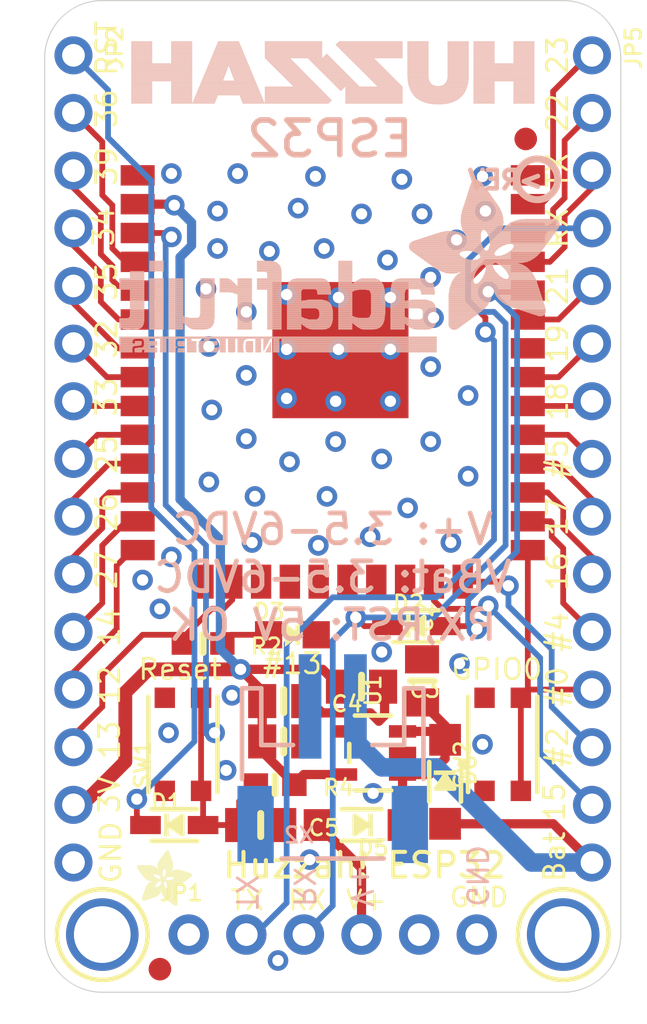
<source format=kicad_pcb>
(kicad_pcb (version 20211014) (generator pcbnew)
  (layers (0 "F.Cu" signal) (1 "In1.Cu" signal) (2 "In2.Cu" signal) (3 "In3.Cu" signal) (4 "In4.Cu" signal) (5 "In5.Cu" signal) (6 "In6.Cu" signal) (7 "In7.Cu" signal) (8 "In8.Cu" signal) (9 "In9.Cu" signal) (10 "In10.Cu" signal) (11 "In11.Cu" signal) (12 "In12.Cu" signal) (13 "In13.Cu" signal) (14 "In14.Cu" signal) (31 "B.Cu" signal) (34 "B.Paste" user) (35 "F.Paste" user) (36 "B.SilkS" user "B.Silkscreen") (37 "F.SilkS" user "F.Silkscreen") (38 "B.Mask" user) (39 "F.Mask" user) (44 "Edge.Cuts" user))
  (net 0 "")
  (net 1 "GND")
  (net 2 "VIN")
  (net 3 "3.3V")
  (net 4 "RESET")
  (net 5 "GPIO16")
  (net 6 "GPIO14")
  (net 7 "GPIO12")
  (net 8 "GPIO13")
  (net 9 "GPIO15")
  (net 10 "GPIO2")
  (net 11 "GPIO0")
  (net 12 "GPIO5")
  (net 13 "GPIO4")
  (net 14 "RXD")
  (net 15 "TXD")
  (net 16 "RESET_5V")
  (net 17 "RXD_5V")
  (net 18 "VBAT")
  (net 19 "LDO_EN")
  (net 20 "GPIO17")
  (net 21 "GPIO18")
  (net 22 "GPIO19")
  (net 23 "GPIO21")
  (net 24 "GPIO22")
  (net 25 "GPIO23")
  (net 26 "GPIO25")
  (net 27 "GPIO26")
  (net 28 "GPIO27")
  (net 29 "GPIO32")
  (net 30 "GPIO33")
  (net 31 "GPI34")
  (net 32 "GPI35")
  (net 33 "GPIO36")
  (net 34 "GPIO39")
  (net 35 "N$1")
  (footprint "boardEagle:BTN_KMR2_4.6X2.8" (layer "F.Cu") (at 155.9941 115.9256 90)
    (fp_text reference "SW2")
    (fp_text value "KMR2")
  )
  (footprint "boardEagle:1X15_ROUND_70" (layer "F.Cu") (at 137.0711 103.3526 -90)
    (fp_text reference "JP2")
    (fp_text value "")
  )
  (footprint "boardEagle:SOT23-5" (layer "F.Cu") (at 150.2791 116.3066 90)
    (fp_text reference "U1")
    (fp_text value "AP2112-3.3")
  )
  (footprint "boardEagle:BTN_KMR2_4.6X2.8" (layer "F.Cu") (at 141.8971 115.9256 90)
    (fp_text reference "SW1")
    (fp_text value "KMR2")
  )
  (footprint "boardEagle:ADAFRUIT_2.5MM" (layer "F.Cu") (at 139.8651 123.0376)
    (fp_text reference "U$3" hide)
    (fp_text value "" hide)
  )
  (footprint "boardEagle:SOD-323" (layer "F.Cu") (at 141.5161 119.4816)
    (fp_text reference "D1")
    (fp_text value "1n4148")
  )
  (footprint "boardEagle:WROOM32" (layer "F.Cu") (at 148.5011 95.8596)
    (fp_text reference "X1" hide)
    (fp_text value "ESP32_WROOM32" hide)
  )
  (footprint "boardEagle:0805-NO" (layer "F.Cu") (at 146.3421 114.0206)
    (fp_text reference "C4")
    (fp_text value "10uF")
  )
  (footprint "boardEagle:SOD-323" (layer "F.Cu") (at 152.1841 110.7186)
    (fp_text reference "D2")
    (fp_text value "1n4148")
  )
  (footprint "boardEagle:0805-NO" (layer "F.Cu") (at 145.3261 119.4816)
    (fp_text reference "C5")
    (fp_text value "1uF")
  )
  (footprint "boardEagle:1X15_ROUND_70" (layer "F.Cu") (at 159.9311 103.3526 -90)
    (fp_text reference "JP5")
    (fp_text value "")
  )
  (footprint "boardEagle:0805-NO" (layer "F.Cu") (at 146.3421 115.7986)
    (fp_text reference "C1" hide)
    (fp_text value "10uF")
  )
  (footprint "boardEagle:0805-NO" (layer "F.Cu") (at 149.7711 113.3856)
    (fp_text reference "C3")
    (fp_text value "10uF")
  )
  (footprint "boardEagle:MOUNTINGHOLE_2.5_PLATED" (layer "F.Cu") (at 138.3411 124.3076)
    (fp_text reference "U$15" hide)
    (fp_text value "MOUNTINGHOLE2.5" hide)
  )
  (footprint "boardEagle:FIDUCIAL_1MM" (layer "F.Cu") (at 157.0101 89.2556)
    (fp_text reference "FID1" hide)
    (fp_text value "FIDUCIAL_1MM" hide)
  )
  (footprint "boardEagle:1X06_ROUND_70" (layer "F.Cu") (at 148.5011 124.3076)
    (fp_text reference "JP1")
    (fp_text value "FTDI")
  )
  (footprint "boardEagle:SOD-123" (layer "F.Cu") (at 153.4541 117.5766 -90)
    (fp_text reference "D6")
    (fp_text value "MBR120")
  )
  (footprint "boardEagle:MOUNTINGHOLE_2.5_PLATED" (layer "F.Cu") (at 158.6611 124.3076)
    (fp_text reference "U$16" hide)
    (fp_text value "MOUNTINGHOLE2.5" hide)
  )
  (footprint "boardEagle:0805-NO" (layer "F.Cu") (at 152.4381 113.1316 90)
    (fp_text reference "C2")
    (fp_text value "10uF")
  )
  (footprint "boardEagle:0603-NO" (layer "F.Cu") (at 142.7861 111.4806)
    (fp_text reference "R2")
    (fp_text value "1K")
  )
  (footprint "boardEagle:SOD-123" (layer "F.Cu") (at 149.7711 119.4816 180)
    (fp_text reference "D5")
    (fp_text value "MBR120")
  )
  (footprint "boardEagle:CHIPLED_0805_NOOUTLINE" (layer "F.Cu") (at 146.7231 111.0996 -90)
    (fp_text reference "D3")
    (fp_text value "RED")
  )
  (footprint "boardEagle:FIDUCIAL_1MM" (layer "F.Cu") (at 140.8811 125.8316)
    (fp_text reference "FID3" hide)
    (fp_text value "FIDUCIAL_1MM" hide)
  )
  (footprint "boardEagle:0603-NO" (layer "F.Cu") (at 145.9611 117.7036)
    (fp_text reference "R4")
    (fp_text value "10K")
  )
  (footprint "boardEagle:HUZZAHLOGO" (layer "B.Cu") (at 157.3911 87.7316 180)
    (fp_text reference "U$2" hide)
    (fp_text value "" hide)
  )
  (footprint "boardEagle:PCBFEAT-REV-040" (layer "B.Cu") (at 157.5181 91.0336 180)
    (fp_text reference "U$13" hide)
    (fp_text value "" hide)
  )
  (footprint "boardEagle:ADAFRUIT_TEXT_20MM" (layer "B.Cu") (at 158.6611 98.6536 180)
    (fp_text reference "U$12" hide)
    (fp_text value "" hide)
  )
  (footprint "boardEagle:JSTPH2" (layer "B.Cu") (at 148.5011 117.9576)
    (fp_text reference "X2")
    (fp_text value "JSTPH")
  )
  (gr_arc (start 135.8011 85.6996) (mid 136.545049 83.903549) (end 138.3411 83.1596) (layer "Edge.Cuts") (width 0.05))
  (gr_line (start 135.8011 85.6996) (end 135.8011 124.3076) (layer "Edge.Cuts") (width 0.05))
  (gr_line (start 161.2011 124.3076) (end 161.2011 85.6996) (layer "Edge.Cuts") (width 0.05))
  (gr_line (start 138.3411 126.8476) (end 158.6611 126.8476) (layer "Edge.Cuts") (width 0.05))
  (gr_arc (start 158.6611 83.1596) (mid 160.457151 83.903549) (end 161.2011 85.6996) (layer "Edge.Cuts") (width 0.05))
  (gr_arc (start 161.2011 124.3076) (mid 160.457151 126.103651) (end 158.6611 126.8476) (layer "Edge.Cuts") (width 0.05))
  (gr_arc (start 138.3411 126.8476) (mid 136.545049 126.103651) (end 135.8011 124.3076) (layer "Edge.Cuts") (width 0.05))
  (gr_line (start 158.6611 83.1596) (end 138.3411 83.1596) (layer "Edge.Cuts") (width 0.05))
  (gr_text "RX" (at 147.2311 123.1646 -90) (layer "B.SilkS") (effects (font (size 0.89408 0.89408) (thickness 0.12192)) (justify left mirror)))
  (gr_text "V+" (at 149.7711 123.1646 -90) (layer "B.SilkS") (effects (font (size 0.89408 0.89408) (thickness 0.12192)) (justify left mirror)))
  (gr_text "GND" (at 154.8511 123.1646 -90) (layer "B.SilkS") (effects (font (size 0.89408 0.89408) (thickness 0.12192)) (justify left mirror)))
  (gr_text "V+: 3.5-6VDC\nVBat: 3.5-6VDC\nRX,RST: 5V OK" (at 148.5011 108.5596) (layer "B.SilkS") (effects (font (size 1.31064 1.31064) (thickness 0.21336)) (justify mirror)))
  (gr_text "TX" (at 144.6911 123.2916 -90) (layer "B.SilkS") (effects (font (size 0.89408 0.89408) (thickness 0.12192)) (justify left mirror)))
  (gr_text "ESP32" (at 148.3741 89.2556) (layer "B.SilkS") (effects (font (size 1.52908 1.52908) (thickness 0.24892)) (justify mirror)))
  (gr_text "18" (at 158.4071 100.8126 90) (layer "F.SilkS") (effects (font (size 0.89408 0.89408) (thickness 0.12192))))
  (gr_text "TX" (at 143.9291 123.2916) (layer "F.SilkS") (effects (font (size 0.849376 0.849376) (thickness 0.115824)) (justify left bottom)))
  (gr_text "#5" (at 158.4071 103.3526 90) (layer "F.SilkS") (effects (font (size 0.89408 0.89408) (thickness 0.12192))))
  (gr_text "GND" (at 138.7221 120.6881 90) (layer "F.SilkS") (effects (font (size 0.89408 0.89408) (thickness 0.12192))))
  (gr_text "19" (at 158.4071 98.2726 90) (layer "F.SilkS") (effects (font (size 0.89408 0.89408) (thickness 0.12192))))
  (gr_text "RX" (at 158.4071 93.1926 90) (layer "F.SilkS") (effects (font (size 0.89408 0.89408) (thickness 0.12192))))
  (gr_text "25" (at 138.5316 103.1621 90) (layer "F.SilkS") (effects (font (size 0.89408 0.89408) (thickness 0.12192))))
  (gr_text "15" (at 158.2801 118.4656 90) (layer "F.SilkS") (effects (font (size 0.89408 0.89408) (thickness 0.12192))))
  (gr_text "#0" (at 158.4071 113.3856 90) (layer "F.SilkS") (effects (font (size 0.89408 0.89408) (thickness 0.12192))))
  (gr_text "TX" (at 158.4071 90.6526 90) (layer "F.SilkS") (effects (font (size 0.89408 0.89408) (thickness 0.12192))))
  (gr_text "Reset" (at 141.7701 112.6236) (layer "F.SilkS") (effects (font (size 0.89408 0.89408) (thickness 0.12192))))
  (gr_text "33" (at 138.5316 100.6221 90) (layer "F.SilkS") (effects (font (size 0.89408 0.89408) (thickness 0.12192))))
  (gr_text "27" (at 138.5316 108.2421 90) (layer "F.SilkS") (effects (font (size 0.89408 0.89408) (thickness 0.12192))))
  (gr_text "14" (at 138.6586 110.7821 90) (layer "F.SilkS") (effects (font (size 0.89408 0.89408) (thickness 0.12192))))
  (gr_text "RX" (at 146.4691 123.2916) (layer "F.SilkS") (effects (font (size 0.849376 0.849376) (thickness 0.115824)) (justify left bottom)))
  (gr_text "34" (at 138.4046 93.1291 90) (layer "F.SilkS") (effects (font (size 0.89408 0.89408) (thickness 0.12192))))
  (gr_text "13" (at 138.6586 115.7351 90) (layer "F.SilkS") (effects (font (size 0.89408 0.89408) (thickness 0.12192))))
  (gr_text "21" (at 158.4071 95.7326 90) (layer "F.SilkS") (effects (font (size 0.89408 0.89408) (thickness 0.12192))))
  (gr_text "12" (at 138.6586 113.3221 90) (layer "F.SilkS") (effects (font (size 0.89408 0.89408) (thickness 0.12192))))
  (gr_text "#4" (at 158.4071 110.9726 90) (layer "F.SilkS") (effects (font (size 0.89408 0.89408) (thickness 0.12192))))
  (gr_text "16" (at 158.4071 108.3056 90) (layer "F.SilkS") (effects (font (size 0.89408 0.89408) (thickness 0.12192))))
  (gr_text "V+" (at 149.0091 123.2916) (layer "F.SilkS") (effects (font (size 0.849376 0.849376) (thickness 0.115824)) (justify left bottom)))
  (gr_text "23" (at 158.4071 85.5726 90) (layer "F.SilkS") (effects (font (size 0.89408 0.89408) (thickness 0.12192))))
  (gr_text "Huzzah! ESP32" (at 149.8981 121.2596) (layer "F.SilkS") (effects (font (size 1.0922 1.0922) (thickness 0.1778))))
  (gr_text "RST" (at 138.5316 85.2551 90) (layer "F.SilkS") (effects (font (size 0.89408 0.89408) (thickness 0.12192))))
  (gr_text "3V" (at 138.6586 118.1481 90) (layer "F.SilkS") (effects (font (size 0.89408 0.89408) (thickness 0.12192))))
  (gr_text "36" (at 138.5316 87.9221 90) (layer "F.SilkS") (effects (font (size 0.89408 0.89408) (thickness 0.12192))))
  (gr_text "35" (at 138.5316 95.5421 90) (layer "F.SilkS") (effects (font (size 0.89408 0.89408) (thickness 0.12192))))
  (gr_text "GPIO0" (at 155.7401 112.6236) (layer "F.SilkS") (effects (font (size 0.89408 0.89408) (thickness 0.12192))))
  (gr_text "Bat" (at 158.2801 120.8786 90) (layer "F.SilkS") (effects (font (size 0.89408 0.89408) (thickness 0.12192))))
  (gr_text "#13" (at 146.7231 112.3696) (layer "F.SilkS") (effects (font (size 0.89408 0.89408) (thickness 0.12192))))
  (gr_text "39" (at 138.5316 90.4621 90) (layer "F.SilkS") (effects (font (size 0.89408 0.89408) (thickness 0.12192))))
  (gr_text "32" (at 138.5316 98.0821 90) (layer "F.SilkS") (effects (font (size 0.89408 0.89408) (thickness 0.12192))))
  (gr_text "GND" (at 153.5811 123.1646) (layer "F.SilkS") (effects (font (size 0.849376 0.849376) (thickness 0.115824)) (justify left bottom)))
  (gr_text "26" (at 138.5316 105.7021 90) (layer "F.SilkS") (effects (font (size 0.89408 0.89408) (thickness 0.12192))))
  (gr_text "17" (at 158.4071 105.8926 90) (layer "F.SilkS") (effects (font (size 0.89408 0.89408) (thickness 0.12192))))
  (gr_text "22" (at 158.4071 88.1126 90) (layer "F.SilkS") (effects (font (size 0.89408 0.89408) (thickness 0.12192))))
  (gr_text "#2" (at 158.4071 116.0526 90) (layer "F.SilkS") (effects (font (size 0.89408 0.89408) (thickness 0.12192))))
  (segment (start 147.2921 114.0206) (end 147.511362 114.0206) (width 0.4064) (layer "F.Cu") (net 1))
  (segment (start 150.7871 113.4516) (end 150.7211 113.3856) (width 0.4064) (layer "F.Cu") (net 1))
  (segment (start 150.5331 114.9096) (end 150.7871 114.6556) (width 0.4064) (layer "F.Cu") (net 1))
  (segment (start 150.1655 114.542) (end 150.5331 114.9096) (width 0.4064) (layer "F.Cu") (net 1))
  (segment (start 147.511362 114.0206) (end 148.032762 114.542) (width 0.4064) (layer "F.Cu") (net 1))
  (segment (start 150.7871 114.6556) (end 150.7871 113.4516) (width 0.4064) (layer "F.Cu") (net 1))
  (segment (start 148.032762 114.542) (end 150.1655 114.542) (width 0.4064) (layer "F.Cu") (net 1))
  (via (at 150.9141 94.5896) (size 0.9064) (drill 0.5) (layers "F.Cu" "B.Cu") (net 1))
  (via (at 152.8191 95.3516) (size 0.9064) (drill 0.5) (layers "F.Cu" "B.Cu") (net 1))
  (via (at 155.1051 90.9066) (size 0.9064) (drill 0.5) (layers "F.Cu" "B.Cu") (net 1))
  (via (at 148.7551 98.5266) (size 0.9064) (drill 0.5) (layers "F.Cu" "B.Cu") (net 1))
  (via (at 148.1201 94.0816) (size 0.9064) (drill 0.5) (layers "F.Cu" "B.Cu") (net 1))
  (via (at 154.0891 112.3696) (size 0.9064) (drill 0.5) (layers "F.Cu" "B.Cu") (net 1))
  (via (at 143.8021 117.0686) (size 0.9064) (drill 0.5) (layers "F.Cu" "B.Cu") (net 1))
  (via (at 150.6601 103.3526) (size 0.9064) (drill 0.5) (layers "F.Cu" "B.Cu") (net 1))
  (via (at 151.0411 100.8126) (size 0.9064) (drill 0.5) (layers "F.Cu" "B.Cu") (net 1))
  (via (at 148.6281 102.5906) (size 0.9064) (drill 0.5) (layers "F.Cu" "B.Cu") (net 1))
  (via (at 144.6911 96.8756) (size 0.9064) (drill 0.5) (layers "F.Cu" "B.Cu") (net 1))
  (via (at 152.8191 102.5906) (size 0.9064) (drill 0.5) (layers "F.Cu" "B.Cu") (net 1))
  (via (at 148.2471 105.0036) (size 0.9064) (drill 0.5) (layers "F.Cu" "B.Cu") (net 1))
  (via (at 140.1191 108.6866) (size 0.9064) (drill 0.5) (layers "F.Cu" "B.Cu") (net 1))
  (via (at 143.4211 92.4306) (size 0.9064) (drill 0.5) (layers "F.Cu" "B.Cu") (net 1))
  (via (at 144.6911 99.6696) (size 0.9064) (drill 0.5) (layers "F.Cu" "B.Cu") (net 1))
  (via (at 153.7081 107.0356) (size 0.9064) (drill 0.5) (layers "F.Cu" "B.Cu") (net 1))
  (via (at 146.4691 96.1136) (size 0.9064) (drill 0.5) (layers "F.Cu" "B.Cu") (net 1))
  (via (at 141.2621 115.4176) (size 0.9064) (drill 0.5) (layers "F.Cu" "B.Cu") (net 1))
  (via (at 143.1671 101.1936) (size 0.9064) (drill 0.5) (layers "F.Cu" "B.Cu") (net 1))
  (via (at 143.4211 94.0816) (size 0.9064) (drill 0.5) (layers "F.Cu" "B.Cu") (net 1))
  (via (at 155.1051 115.9256) (size 0.9064) (drill 0.5) (layers "F.Cu" "B.Cu") (net 1))
  (via (at 144.9451 107.0356) (size 0.9064) (drill 0.5) (layers "F.Cu" "B.Cu") (net 1))
  (via (at 152.9461 97.1296) (size 0.9064) (drill 0.5) (layers "F.Cu" "B.Cu") (net 1))
  (via (at 144.3101 90.7796) (size 0.9064) (drill 0.5) (layers "F.Cu" "B.Cu") (net 1))
  (via (at 149.7711 92.5576) (size 0.9064) (drill 0.5) (layers "F.Cu" "B.Cu") (net 1))
  (via (at 146.0881 125.4506) (size 0.9064) (drill 0.5) (layers "F.Cu" "B.Cu") (net 1))
  (via (at 144.6911 102.4636) (size 0.9064) (drill 0.5) (layers "F.Cu" "B.Cu") (net 1))
  (via (at 147.4851 121.0056) (size 0.9064) (drill 0.5) (layers "F.Cu" "B.Cu") (net 1))
  (via (at 143.0401 98.3996) (size 0.9064) (drill 0.5) (layers "F.Cu" "B.Cu") (net 1))
  (via (at 146.5961 103.4796) (size 0.9064) (drill 0.5) (layers "F.Cu" "B.Cu") (net 1))
  (via (at 147.7391 90.9066) (size 0.9064) (drill 0.5) (layers "F.Cu" "B.Cu") (net 1))
  (via (at 151.0411 96.2406) (size 0.9064) (drill 0.5) (layers "F.Cu" "B.Cu") (net 1))
  (via (at 150.6601 111.8616) (size 0.9064) (drill 0.5) (layers "F.Cu" "B.Cu") (net 1))
  (via (at 150.2791 118.0846) (size 0.9064) (drill 0.5) (layers "F.Cu" "B.Cu") (net 1))
  (via (at 142.9131 95.8596) (size 0.9064) (drill 0.5) (layers "F.Cu" "B.Cu") (net 1))
  (via (at 151.5491 91.0336) (size 0.9064) (drill 0.5) (layers "F.Cu" "B.Cu") (net 1))
  (via (at 146.4691 100.6856) (size 0.9064) (drill 0.5) (layers "F.Cu" "B.Cu") (net 1))
  (via (at 147.8661 107.1626) (size 0.9064) (drill 0.5) (layers "F.Cu" "B.Cu") (net 1))
  (via (at 145.7071 94.2086) (size 0.9064) (drill 0.5) (layers "F.Cu" "B.Cu") (net 1))
  (via (at 144.0561 113.7666) (size 0.9064) (drill 0.5) (layers "F.Cu" "B.Cu") (net 1))
  (via (at 155.2321 92.4306) (size 0.9064) (drill 0.5) (layers "F.Cu" "B.Cu") (net 1))
  (via (at 146.9771 92.3036) (size 0.9064) (drill 0.5) (layers "F.Cu" "B.Cu") (net 1))
  (via (at 146.4691 98.5266) (size 0.9064) (drill 0.5) (layers "F.Cu" "B.Cu") (net 1))
  (via (at 140.8811 109.9566) (size 0.9064) (drill 0.5) (layers "F.Cu" "B.Cu") (net 1))
  (via (at 141.3891 90.7796) (size 0.9064) (drill 0.5) (layers "F.Cu" "B.Cu") (net 1))
  (via (at 141.3891 107.6706) (size 0.9064) (drill 0.5) (layers "F.Cu" "B.Cu") (net 1))
  (via (at 153.9621 93.7006) (size 0.9064) (drill 0.5) (layers "F.Cu" "B.Cu") (net 1))
  (via (at 143.0401 104.3686) (size 0.9064) (drill 0.5) (layers "F.Cu" "B.Cu") (net 1))
  (via (at 150.1521 106.7816) (size 0.9064) (drill 0.5) (layers "F.Cu" "B.Cu") (net 1))
  (via (at 152.4381 92.5576) (size 0.9064) (drill 0.5) (layers "F.Cu" "B.Cu") (net 1))
  (via (at 145.0721 105.0036) (size 0.9064) (drill 0.5) (layers "F.Cu" "B.Cu") (net 1))
  (via (at 152.8191 99.2886) (size 0.9064) (drill 0.5) (layers "F.Cu" "B.Cu") (net 1))
  (via (at 148.7551 96.2406) (size 0.9064) (drill 0.5) (layers "F.Cu" "B.Cu") (net 1))
  (via (at 154.4701 104.1146) (size 0.9064) (drill 0.5) (layers "F.Cu" "B.Cu") (net 1))
  (via (at 151.0411 98.5266) (size 0.9064) (drill 0.5) (layers "F.Cu" "B.Cu") (net 1))
  (via (at 151.8031 105.5116) (size 0.9064) (drill 0.5) (layers "F.Cu" "B.Cu") (net 1))
  (via (at 148.6281 100.8126) (size 0.9064) (drill 0.5) (layers "F.Cu" "B.Cu") (net 1))
  (via (at 154.4701 100.5586) (size 0.9064) (drill 0.5) (layers "F.Cu" "B.Cu") (net 1))
  (segment (start 149.7711 121.3866) (end 147.9211 119.5366) (width 0.4064) (layer "F.Cu") (net 2))
  (segment (start 149.7711 121.3866) (end 149.7711 124.3076) (width 0.4064) (layer "F.Cu") (net 2))
  (segment (start 147.9211 119.5366) (end 147.9211 119.4816) (width 0.4064) (layer "F.Cu") (net 2))
  (segment (start 148.8211 113.3856) (end 148.0591 112.6236) (width 0.4064) (layer "F.Cu") (net 3))
  (segment (start 139.3571 113.6396) (end 140.3731 112.6236) (width 0.6096) (layer "F.Cu") (net 3))
  (segment (start 140.3731 112.6236) (end 144.4371 112.6236) (width 0.6096) (layer "F.Cu") (net 3))
  (segment (start 137.4521 118.5926) (end 139.3571 116.6876) (width 0.6096) (layer "F.Cu") (net 3))
  (segment (start 137.0711 118.5926) (end 137.4521 118.5926) (width 0.6096) (layer "F.Cu") (net 3))
  (segment (start 141.5161 92.1766) (end 141.4691 92.1296) (width 0.4064) (layer "F.Cu") (net 3))
  (segment (start 145.3921 115.7986) (end 145.3921 114.0206) (width 0.4064) (layer "F.Cu") (net 3))
  (segment (start 139.3571 116.6876) (end 139.3571 113.6396) (width 0.6096) (layer "F.Cu") (net 3))
  (segment (start 145.3921 116.2456) (end 146.8111 117.6646) (width 0.4064) (layer "F.Cu") (net 3))
  (segment (start 146.8111 117.6646) (end 146.8111 117.7036) (width 0.4064) (layer "F.Cu") (net 3))
  (segment (start 141.4691 92.1296) (end 139.9011 92.1296) (width 0.4064) (layer "F.Cu") (net 3))
  (segment (start 145.3921 113.5786) (end 144.4371 112.6236) (width 0.4064) (layer "F.Cu") (net 3))
  (segment (start 145.3921 115.7986) (end 145.3921 116.2456) (width 0.4064) (layer "F.Cu") (net 3))
  (segment (start 145.3921 114.0206) (end 145.3921 113.5786) (width 0.4064) (layer "F.Cu") (net 3))
  (segment (start 148.0591 112.6236) (end 144.4371 112.6236) (width 0.4064) (layer "F.Cu") (net 3))
  (segment (start 145.3921 115.8036) (end 145.3921 115.7986) (width 0.254) (layer "F.Cu") (net 3))
  (segment (start 148.979 117.2566) (end 147.2191 117.2566) (width 0.4064) (layer "F.Cu") (net 3))
  (segment (start 147.2191 117.2566) (end 146.8111 117.6646) (width 0.4064) (layer "F.Cu") (net 3))
  (via (at 144.4371 112.6236) (size 0.9064) (drill 0.5) (layers "F.Cu" "B.Cu") (net 3))
  (via (at 141.5161 92.1766) (size 0.9064) (drill 0.5) (layers "F.Cu" "B.Cu") (net 3))
  (segment (start 143.5481 106.9086) (end 141.7701 105.1306) (width 0.4064) (layer "B.Cu") (net 3))
  (segment (start 142.2781 93.9546) (end 141.7701 94.4626) (width 0.4064) (layer "B.Cu") (net 3))
  (segment (start 142.2781 92.9386) (end 141.5161 92.1766) (width 0.4064) (layer "B.Cu") (net 3))
  (segment (start 142.2781 92.9386) (end 142.2781 93.9546) (width 0.4064) (layer "B.Cu") (net 3))
  (segment (start 144.4371 112.6236) (end 143.5481 111.7346) (width 0.4064) (layer "B.Cu") (net 3))
  (segment (start 143.5481 111.7346) (end 143.5481 106.9086) (width 0.4064) (layer "B.Cu") (net 3))
  (segment (start 141.7701 105.1306) (end 141.7701 94.4626) (width 0.4064) (layer "B.Cu") (net 3))
  (segment (start 142.69979 115.4176) (end 143.2941 115.4176) (width 0.254) (layer "F.Cu") (net 4))
  (segment (start 142.6971 115.41491) (end 142.6971 117.9756) (width 0.254) (layer "F.Cu") (net 4))
  (segment (start 144.3761 119.4816) (end 144.3761 118.4386) (width 0.254) (layer "F.Cu") (net 4))
  (segment (start 142.7861 118.0646) (end 142.7861 119.4816) (width 0.254) (layer "F.Cu") (net 4))
  (segment (start 142.6971 115.41491) (end 142.69979 115.4176) (width 0.254) (layer "F.Cu") (net 4))
  (segment (start 141.2151 93.3996) (end 139.9011 93.3996) (width 0.254) (layer "F.Cu") (net 4))
  (segment (start 144.3761 118.4386) (end 145.1111 117.7036) (width 0.254) (layer "F.Cu") (net 4))
  (segment (start 142.6971 113.8756) (end 142.6971 115.41491) (width 0.254) (layer "F.Cu") (net 4))
  (segment (start 141.3891 93.5736) (end 141.2151 93.3996) (width 0.254) (layer "F.Cu") (net 4))
  (segment (start 142.6971 117.9756) (end 142.7861 118.0646) (width 0.254) (layer "F.Cu") (net 4))
  (segment (start 144.3761 119.4816) (end 142.7861 119.4816) (width 0.254) (layer "F.Cu") (net 4))
  (via (at 143.2941 115.4176) (size 0.9064) (drill 0.5) (layers "F.Cu" "B.Cu") (net 4))
  (via (at 141.3891 93.5736) (size 0.9064) (drill 0.5) (layers "F.Cu" "B.Cu") (net 4))
  (segment (start 142.9131 115.4176) (end 142.9131 107.1626) (width 0.254) (layer "B.Cu") (net 4))
  (segment (start 142.9131 107.1626) (end 141.1351 105.3846) (width 0.254) (layer "B.Cu") (net 4))
  (segment (start 141.1351 105.3846) (end 141.1351 93.8276) (width 0.254) (layer "B.Cu") (net 4))
  (segment (start 143.2941 115.4176) (end 142.9131 115.4176) (width 0.254) (layer "B.Cu") (net 4))
  (segment (start 141.1351 93.8276) (end 141.3891 93.5736) (width 0.254) (layer "B.Cu") (net 4))
  (segment (start 158.6611 105.5116) (end 158.6611 106.4006) (width 0.254) (layer "F.Cu") (net 5))
  (segment (start 157.1011 104.8296) (end 157.9791 104.8296) (width 0.254) (layer "F.Cu") (net 5))
  (segment (start 157.9791 104.8296) (end 158.6611 105.5116) (width 0.254) (layer "F.Cu") (net 5))
  (segment (start 159.9311 107.6706) (end 159.9311 108.4326) (width 0.254) (layer "F.Cu") (net 5))
  (segment (start 158.6611 106.4006) (end 159.9311 107.6706) (width 0.254) (layer "F.Cu") (net 5))
  (segment (start 139.4041 106.0996) (end 138.3411 107.1626) (width 0.254) (layer "F.Cu") (net 6))
  (segment (start 139.9011 106.0996) (end 139.4041 106.0996) (width 0.254) (layer "F.Cu") (net 6))
  (segment (start 138.3411 109.7026) (end 137.0711 110.9726) (width 0.254) (layer "F.Cu") (net 6))
  (segment (start 138.3411 107.1626) (end 138.3411 109.7026) (width 0.254) (layer "F.Cu") (net 6))
  (segment (start 138.9761 108.0516) (end 138.9761 110.8456) (width 0.254) (layer "F.Cu") (net 7))
  (segment (start 139.9011 107.3696) (end 139.6581 107.3696) (width 0.254) (layer "F.Cu") (net 7))
  (segment (start 137.0711 112.7506) (end 137.0711 113.5126) (width 0.254) (layer "F.Cu") (net 7))
  (segment (start 139.6581 107.3696) (end 138.9761 108.0516) (width 0.254) (layer "F.Cu") (net 7))
  (segment (start 138.9761 110.8456) (end 137.0711 112.7506) (width 0.254) (layer "F.Cu") (net 7))
  (segment (start 140.1191 111.0996) (end 142.0241 111.0996) (width 0.254) (layer "F.Cu") (net 8))
  (segment (start 141.9361 111.4806) (end 141.9361 111.1876) (width 0.254) (layer "F.Cu") (net 8))
  (segment (start 143.1671 109.9566) (end 142.0241 111.0996) (width 0.254) (layer "F.Cu") (net 8))
  (segment (start 143.6751 109.9566) (end 143.1671 109.9566) (width 0.254) (layer "F.Cu") (net 8))
  (segment (start 138.3411 114.2746) (end 137.0711 115.5446) (width 0.254) (layer "F.Cu") (net 8))
  (segment (start 140.1191 111.0996) (end 138.3411 112.8776) (width 0.254) (layer "F.Cu") (net 8))
  (segment (start 144.0711 108.7596) (end 144.0711 109.5606) (width 0.254) (layer "F.Cu") (net 8))
  (segment (start 144.0711 109.5606) (end 143.6751 109.9566) (width 0.254) (layer "F.Cu") (net 8))
  (segment (start 137.0711 115.5446) (end 137.0711 116.0526) (width 0.254) (layer "F.Cu") (net 8))
  (segment (start 141.9361 111.1876) (end 142.0241 111.0996) (width 0.254) (layer "F.Cu") (net 8))
  (segment (start 142.0241 111.0996) (end 142.3171 111.0996) (width 0.254) (layer "F.Cu") (net 8))
  (segment (start 138.3411 112.8776) (end 138.3411 114.2746) (width 0.254) (layer "F.Cu") (net 8))
  (segment (start 155.2321 109.9566) (end 155.3591 109.8296) (width 0.254) (layer "F.Cu") (net 9))
  (segment (start 152.9611 109.5906) (end 153.3271 109.9566) (width 0.254) (layer "F.Cu") (net 9))
  (segment (start 152.9611 108.7596) (end 152.9611 109.5906) (width 0.254) (layer "F.Cu") (net 9))
  (segment (start 153.3271 109.9566) (end 155.2321 109.9566) (width 0.254) (layer "F.Cu") (net 9))
  (via (at 155.3591 109.8296) (size 0.9064) (drill 0.5) (layers "F.Cu" "B.Cu") (net 9))
  (segment (start 157.6451 112.1156) (end 157.6451 116.3066) (width 0.254) (layer "B.Cu") (net 9))
  (segment (start 157.6451 116.3066) (end 159.9311 118.5926) (width 0.254) (layer "B.Cu") (net 9))
  (segment (start 155.3591 109.8296) (end 157.6451 112.1156) (width 0.254) (layer "B.Cu") (net 9))
  (segment (start 156.0671 108.7596) (end 154.2311 108.7596) (width 0.254) (layer "F.Cu") (net 10))
  (segment (start 156.0671 108.7596) (end 156.2481 108.9406) (width 0.254) (layer "F.Cu") (net 10))
  (via (at 156.2481 108.9406) (size 0.9064) (drill 0.5) (layers "F.Cu" "B.Cu") (net 10))
  (segment (start 158.1531 111.7346) (end 156.2481 109.8296) (width 0.254) (layer "B.Cu") (net 10))
  (segment (start 158.1531 114.2746) (end 158.1531 111.7346) (width 0.254) (layer "B.Cu") (net 10))
  (segment (start 156.2481 109.8296) (end 156.2481 108.9406) (width 0.254) (layer "B.Cu") (net 10))
  (segment (start 159.9311 116.0526) (end 158.1531 114.2746) (width 0.254) (layer "B.Cu") (net 10))
  (segment (start 157.1571 113.5126) (end 156.7941 113.8756) (width 0.254) (layer "F.Cu") (net 11))
  (segment (start 156.7941 113.8756) (end 156.7941 117.9756) (width 0.254) (layer "F.Cu") (net 11))
  (segment (start 157.1011 113.5686) (end 156.7941 113.8756) (width 0.254) (layer "F.Cu") (net 11))
  (segment (start 159.9311 113.5126) (end 157.1571 113.5126) (width 0.254) (layer "F.Cu") (net 11))
  (segment (start 157.1011 107.3696) (end 157.1011 113.5686) (width 0.254) (layer "F.Cu") (net 11))
  (segment (start 157.1011 102.2896) (end 158.8681 102.2896) (width 0.254) (layer "F.Cu") (net 12))
  (segment (start 158.8681 102.2896) (end 159.9311 103.3526) (width 0.254) (layer "F.Cu") (net 12))
  (segment (start 158.1531 106.7816) (end 158.6611 107.2896) (width 0.254) (layer "F.Cu") (net 13))
  (segment (start 158.6611 109.7026) (end 159.9311 110.9726) (width 0.254) (layer "F.Cu") (net 13))
  (segment (start 158.1061 106.0996) (end 158.1531 106.1466) (width 0.254) (layer "F.Cu") (net 13))
  (segment (start 158.6611 107.2896) (end 158.6611 109.7026) (width 0.254) (layer "F.Cu") (net 13))
  (segment (start 158.1531 106.1466) (end 158.1531 106.7816) (width 0.254) (layer "F.Cu") (net 13))
  (segment (start 157.1011 106.0996) (end 158.1061 106.0996) (width 0.254) (layer "F.Cu") (net 13))
  (segment (start 155.3591 95.9866) (end 157.0541 95.9866) (width 0.254) (layer "F.Cu") (net 14))
  (segment (start 157.0541 95.9866) (end 157.1011 95.9396) (width 0.254) (layer "F.Cu") (net 14))
  (segment (start 154.7241 110.7186) (end 154.8511 110.8456) (width 0.254) (layer "F.Cu") (net 14))
  (segment (start 153.4541 110.7186) (end 154.7241 110.7186) (width 0.254) (layer "F.Cu") (net 14))
  (via (at 154.8511 110.8456) (size 0.9064) (drill 0.5) (layers "F.Cu" "B.Cu") (net 14))
  (via (at 155.3591 95.9866) (size 0.9064) (drill 0.5) (layers "F.Cu" "B.Cu") (net 14))
  (segment (start 155.4861 95.9866) (end 155.3591 95.9866) (width 0.254) (layer "B.Cu") (net 14))
  (segment (start 156.6291 107.4166) (end 154.4701 109.5756) (width 0.254) (layer "B.Cu") (net 14))
  (segment (start 156.6291 107.4166) (end 156.6291 97.1296) (width 0.254) (layer "B.Cu") (net 14))
  (segment (start 154.4701 109.5756) (end 154.4701 110.5916) (width 0.254) (layer "B.Cu") (net 14))
  (segment (start 154.4701 110.5916) (end 154.7241 110.8456) (width 0.254) (layer "B.Cu") (net 14))
  (segment (start 154.7241 110.8456) (end 154.8511 110.8456) (width 0.254) (layer "B.Cu") (net 14))
  (segment (start 156.6291 97.1296) (end 155.4861 95.9866) (width 0.254) (layer "B.Cu") (net 14))
  (segment (start 157.1011 94.6696) (end 155.2791 94.6696) (width 0.254) (layer "F.Cu") (net 15))
  (segment (start 159.9311 91.4146) (end 159.9311 90.6526) (width 0.254) (layer "F.Cu") (net 15))
  (segment (start 155.2791 94.6696) (end 154.4701 95.4786) (width 0.254) (layer "F.Cu") (net 15))
  (segment (start 157.1011 94.6696) (end 158.0731 94.6696) (width 0.254) (layer "F.Cu") (net 15))
  (segment (start 158.7246 94.0181) (end 158.7246 92.6211) (width 0.254) (layer "F.Cu") (net 15))
  (segment (start 154.4701 96.3676) (end 155.2321 97.1296) (width 0.254) (layer "F.Cu") (net 15))
  (segment (start 158.7246 92.6211) (end 159.9311 91.4146) (width 0.254) (layer "F.Cu") (net 15))
  (segment (start 158.0731 94.6696) (end 158.7246 94.0181) (width 0.254) (layer "F.Cu") (net 15))
  (segment (start 154.4701 95.4786) (end 154.4701 96.3676) (width 0.254) (layer "F.Cu") (net 15))
  (segment (start 155.2321 97.1296) (end 155.2321 97.7646) (width 0.254) (layer "F.Cu") (net 15))
  (via (at 155.2321 97.7646) (size 0.9064) (drill 0.5) (layers "F.Cu" "B.Cu") (net 15))
  (segment (start 155.6131 98.1456) (end 155.2321 97.7646) (width 0.254) (layer "B.Cu") (net 15))
  (segment (start 155.6131 106.9086) (end 155.6131 98.1456) (width 0.254) (layer "B.Cu") (net 15))
  (segment (start 146.4691 111.4806) (end 148.5011 109.4486) (width 0.254) (layer "B.Cu") (net 15))
  (segment (start 145.0721 124.3076) (end 146.4691 122.9106) (width 0.254) (layer "B.Cu") (net 15))
  (segment (start 146.4691 122.9106) (end 146.4691 111.4806) (width 0.254) (layer "B.Cu") (net 15))
  (segment (start 153.0731 109.4486) (end 155.6131 106.9086) (width 0.254) (layer "B.Cu") (net 15))
  (segment (start 144.6911 124.3076) (end 145.0721 124.3076) (width 0.254) (layer "B.Cu") (net 15))
  (segment (start 149.5171 109.4486) (end 153.0731 109.4486) (width 0.254) (layer "B.Cu") (net 15))
  (segment (start 149.1361 109.4486) (end 149.5171 109.4486) (width 0.254) (layer "B.Cu") (net 15))
  (segment (start 148.5011 109.4486) (end 149.1361 109.4486) (width 0.254) (layer "B.Cu") (net 15))
  (segment (start 140.2461 119.4816) (end 139.8651 119.1006) (width 0.254) (layer "F.Cu") (net 16))
  (segment (start 139.8651 119.1006) (end 139.8651 118.3386) (width 0.254) (layer "F.Cu") (net 16))
  (via (at 139.8651 118.3386) (size 0.9064) (drill 0.5) (layers "F.Cu" "B.Cu") (net 16))
  (segment (start 142.4051 115.7986) (end 142.4051 107.4166) (width 0.254) (layer "B.Cu") (net 16))
  (segment (start 142.4051 107.4166) (end 140.5001 105.5116) (width 0.254) (layer "B.Cu") (net 16))
  (segment (start 139.8651 118.3386) (end 142.4051 115.7986) (width 0.254) (layer "B.Cu") (net 16))
  (segment (start 138.5951 87.0966) (end 137.0711 85.5726) (width 0.254) (layer "B.Cu") (net 16))
  (segment (start 138.5951 89.1921) (end 138.5951 87.0966) (width 0.254) (layer "B.Cu") (net 16))
  (segment (start 140.5001 105.5116) (end 140.5001 91.0971) (width 0.254) (layer "B.Cu") (net 16))
  (segment (start 140.5001 91.0971) (end 138.5951 89.1921) (width 0.254) (layer "B.Cu") (net 16))
  (segment (start 150.9141 110.7186) (end 149.8981 110.7186) (width 0.254) (layer "F.Cu") (net 17))
  (segment (start 149.8981 110.7186) (end 149.5171 110.3376) (width 0.254) (layer "F.Cu") (net 17))
  (via (at 149.5171 110.3376) (size 0.9064) (drill 0.5) (layers "F.Cu" "B.Cu") (net 17))
  (segment (start 154.4701 94.5896) (end 154.4701 96.3676) (width 0.254) (layer "B.Cu") (net 17))
  (segment (start 155.8671 93.1926) (end 159.9311 93.1926) (width 0.254) (layer "B.Cu") (net 17))
  (segment (start 156.1211 97.3836) (end 156.1211 107.1626) (width 0.254) (layer "B.Cu") (net 17))
  (segment (start 154.4701 94.5896) (end 155.8671 93.1926) (width 0.254) (layer "B.Cu") (net 17))
  (segment (start 155.6131 96.8756) (end 156.1211 97.3836) (width 0.254) (layer "B.Cu") (net 17))
  (segment (start 148.5011 123.0376) (end 148.5011 111.3536) (width 0.254) (layer "B.Cu") (net 17))
  (segment (start 154.9781 96.8756) (end 155.6131 96.8756) (width 0.254) (layer "B.Cu") (net 17))
  (segment (start 147.2311 124.3076) (end 148.5011 123.0376) (width 0.254) (layer "B.Cu") (net 17))
  (segment (start 148.5011 111.3536) (end 149.5171 110.3376) (width 0.254) (layer "B.Cu") (net 17))
  (segment (start 152.9461 110.3376) (end 149.5171 110.3376) (width 0.254) (layer "B.Cu") (net 17))
  (segment (start 154.4701 96.3676) (end 154.9781 96.8756) (width 0.254) (layer "B.Cu") (net 17))
  (segment (start 156.1211 107.1626) (end 152.9461 110.3376) (width 0.254) (layer "B.Cu") (net 17))
  (segment (start 158.2251 119.4266) (end 153.4541 119.4266) (width 0.4064) (layer "F.Cu") (net 18))
  (segment (start 159.9311 121.1326) (end 158.2251 119.4266) (width 0.4064) (layer "F.Cu") (net 18))
  (segment (start 150.6601 116.9416) (end 153.0731 116.9416) (width 0.8128) (layer "B.Cu") (net 18))
  (segment (start 149.5011 114.2576) (end 149.5011 115.7826) (width 0.8128) (layer "B.Cu") (net 18))
  (segment (start 153.0731 116.9416) (end 157.2641 121.1326) (width 0.8128) (layer "B.Cu") (net 18))
  (segment (start 149.5011 115.7826) (end 150.6601 116.9416) (width 0.8128) (layer "B.Cu") (net 18))
  (segment (start 157.2641 121.1326) (end 159.9311 121.1326) (width 0.8128) (layer "B.Cu") (net 18))
  (segment (start 153.4541 115.0976) (end 153.4541 115.5446) (width 0.4064) (layer "F.Cu") (net 19))
  (segment (start 151.5792 119.4397) (end 151.5792 117.2566) (width 0.4064) (layer "F.Cu") (net 19))
  (segment (start 151.5792 115.3566) (end 153.2661 115.3566) (width 0.4064) (layer "F.Cu") (net 19))
  (segment (start 153.4541 116.5606) (end 153.4541 115.7266) (width 0.4064) (layer "F.Cu") (net 19))
  (segment (start 153.4541 115.5446) (end 153.4541 115.7266) (width 0.4064) (layer "F.Cu") (net 19))
  (segment (start 152.7581 117.2566) (end 153.4541 116.5606) (width 0.4064) (layer "F.Cu") (net 19))
  (segment (start 153.2661 115.3566) (end 153.4541 115.5446) (width 0.4064) (layer "F.Cu") (net 19))
  (segment (start 152.4381 114.0816) (end 153.4541 115.0976) (width 0.4064) (layer "F.Cu") (net 19))
  (segment (start 151.6211 119.4816) (end 151.5792 119.4397) (width 0.4064) (layer "F.Cu") (net 19))
  (segment (start 151.5792 117.2566) (end 152.7581 117.2566) (width 0.4064) (layer "F.Cu") (net 19))
  (segment (start 159.9311 105.1306) (end 159.9311 105.8926) (width 0.254) (layer "F.Cu") (net 20))
  (segment (start 158.3601 103.5596) (end 159.9311 105.1306) (width 0.254) (layer "F.Cu") (net 20))
  (segment (start 157.1011 103.5596) (end 158.3601 103.5596) (width 0.254) (layer "F.Cu") (net 20))
  (segment (start 157.1011 101.0196) (end 159.7241 101.0196) (width 0.254) (layer "F.Cu") (net 21))
  (segment (start 159.7241 101.0196) (end 159.9311 100.8126) (width 0.254) (layer "F.Cu") (net 21))
  (segment (start 157.1011 99.7496) (end 158.4541 99.7496) (width 0.254) (layer "F.Cu") (net 22))
  (segment (start 158.4541 99.7496) (end 159.9311 98.2726) (width 0.254) (layer "F.Cu") (net 22))
  (segment (start 158.4541 97.2096) (end 159.9311 95.7326) (width 0.254) (layer "F.Cu") (net 23))
  (segment (start 157.1011 97.2096) (end 158.4541 97.2096) (width 0.254) (layer "F.Cu") (net 23))
  (segment (start 157.8191 93.3996) (end 158.2166 93.0021) (width 0.254) (layer "F.Cu") (net 24))
  (segment (start 158.7246 91.8591) (end 158.7246 89.3191) (width 0.254) (layer "F.Cu") (net 24))
  (segment (start 157.1011 93.3996) (end 157.8191 93.3996) (width 0.254) (layer "F.Cu") (net 24))
  (segment (start 158.2166 92.3671) (end 158.7246 91.8591) (width 0.254) (layer "F.Cu") (net 24))
  (segment (start 158.2166 93.0021) (end 158.2166 92.3671) (width 0.254) (layer "F.Cu") (net 24))
  (segment (start 158.7246 89.3191) (end 159.9311 88.1126) (width 0.254) (layer "F.Cu") (net 24))
  (segment (start 157.6921 92.1296) (end 158.2166 91.6051) (width 0.254) (layer "F.Cu") (net 25))
  (segment (start 159.8041 85.5726) (end 158.2166 87.1601) (width 0.254) (layer "F.Cu") (net 25))
  (segment (start 158.2166 91.6051) (end 158.2166 87.1601) (width 0.254) (layer "F.Cu") (net 25))
  (segment (start 157.1011 92.1296) (end 157.6921 92.1296) (width 0.254) (layer "F.Cu") (net 25))
  (segment (start 159.8041 85.5726) (end 159.9311 85.5726) (width 0.254) (layer "F.Cu") (net 25))
  (segment (start 138.1341 102.2896) (end 137.0711 103.3526) (width 0.254) (layer "F.Cu") (net 26))
  (segment (start 139.9011 102.2896) (end 138.1341 102.2896) (width 0.254) (layer "F.Cu") (net 26))
  (segment (start 139.9011 103.5596) (end 138.6421 103.5596) (width 0.254) (layer "F.Cu") (net 27))
  (segment (start 138.6421 103.5596) (end 137.0711 105.1306) (width 0.254) (layer "F.Cu") (net 27))
  (segment (start 137.0711 105.1306) (end 137.0711 105.8926) (width 0.254) (layer "F.Cu") (net 27))
  (segment (start 138.6421 104.8296) (end 138.3411 105.1306) (width 0.254) (layer "F.Cu") (net 28))
  (segment (start 138.3411 105.1306) (end 138.3411 106.4006) (width 0.254) (layer "F.Cu") (net 28))
  (segment (start 137.0711 107.6706) (end 137.0711 108.4326) (width 0.254) (layer "F.Cu") (net 28))
  (segment (start 138.3411 106.4006) (end 137.0711 107.6706) (width 0.254) (layer "F.Cu") (net 28))
  (segment (start 139.9011 104.8296) (end 138.6421 104.8296) (width 0.254) (layer "F.Cu") (net 28))
  (segment (start 138.5481 99.7496) (end 137.0711 98.2726) (width 0.254) (layer "F.Cu") (net 29))
  (segment (start 139.9011 99.7496) (end 138.5481 99.7496) (width 0.254) (layer "F.Cu") (net 29))
  (segment (start 137.2781 101.0196) (end 137.0711 100.8126) (width 0.254) (layer "F.Cu") (net 30))
  (segment (start 139.9011 101.0196) (end 137.2781 101.0196) (width 0.254) (layer "F.Cu") (net 30))
  (segment (start 137.0711 93.9546) (end 138.2776 95.1611) (width 0.254) (layer "F.Cu") (net 31))
  (segment (start 138.2776 96.4311) (end 139.0561 97.2096) (width 0.254) (layer "F.Cu") (net 31))
  (segment (start 139.0561 97.2096) (end 139.9011 97.2096) (width 0.254) (layer "F.Cu") (net 31))
  (segment (start 137.0711 93.1926) (end 137.0711 93.9546) (width 0.254) (layer "F.Cu") (net 31))
  (segment (start 138.2776 95.1611) (end 138.2776 96.4311) (width 0.254) (layer "F.Cu") (net 31))
  (segment (start 139.0561 98.4796) (end 139.9011 98.4796) (width 0.254) (layer "F.Cu") (net 32))
  (segment (start 137.0711 95.7326) (end 137.0711 96.4946) (width 0.254) (layer "F.Cu") (net 32))
  (segment (start 137.0711 96.4946) (end 139.0561 98.4796) (width 0.254) (layer "F.Cu") (net 32))
  (segment (start 138.3411 91.7321) (end 138.3411 89.3826) (width 0.254) (layer "F.Cu") (net 33))
  (segment (start 138.7856 94.0816) (end 138.7856 92.1766) (width 0.254) (layer "F.Cu") (net 33))
  (segment (start 139.9011 94.6696) (end 139.3736 94.6696) (width 0.254) (layer "F.Cu") (net 33))
  (segment (start 138.7856 92.1766) (end 138.3411 91.7321) (width 0.254) (layer "F.Cu") (net 33))
  (segment (start 138.3411 89.3826) (end 137.0711 88.1126) (width 0.254) (layer "F.Cu") (net 33))
  (segment (start 139.3736 94.6696) (end 138.7856 94.0816) (width 0.254) (layer "F.Cu") (net 33))
  (segment (start 138.2776 94.3356) (end 138.7856 94.8436) (width 0.254) (layer "F.Cu") (net 34))
  (segment (start 137.0711 91.4146) (end 138.2776 92.6211) (width 0.254) (layer "F.Cu") (net 34))
  (segment (start 139.6941 95.7326) (end 139.9011 95.9396) (width 0.254) (layer "F.Cu") (net 34))
  (segment (start 137.0711 90.6526) (end 137.0711 91.4146) (width 0.254) (layer "F.Cu") (net 34))
  (segment (start 138.2776 92.6211) (end 138.2776 94.3356) (width 0.254) (layer "F.Cu") (net 34))
  (segment (start 139.0396 95.7326) (end 139.6941 95.7326) (width 0.254) (layer "F.Cu") (net 34))
  (segment (start 138.7856 95.4786) (end 139.0396 95.7326) (width 0.254) (layer "F.Cu") (net 34))
  (segment (start 138.7856 94.8436) (end 138.7856 95.4786) (width 0.254) (layer "F.Cu") (net 34))
  (segment (start 143.6361 111.4806) (end 144.0171 111.0996) (width 0.254) (layer "F.Cu") (net 35))
  (segment (start 144.0171 111.0996) (end 145.6731 111.0996) (width 0.254) (layer "F.Cu") (net 35))
)
</source>
